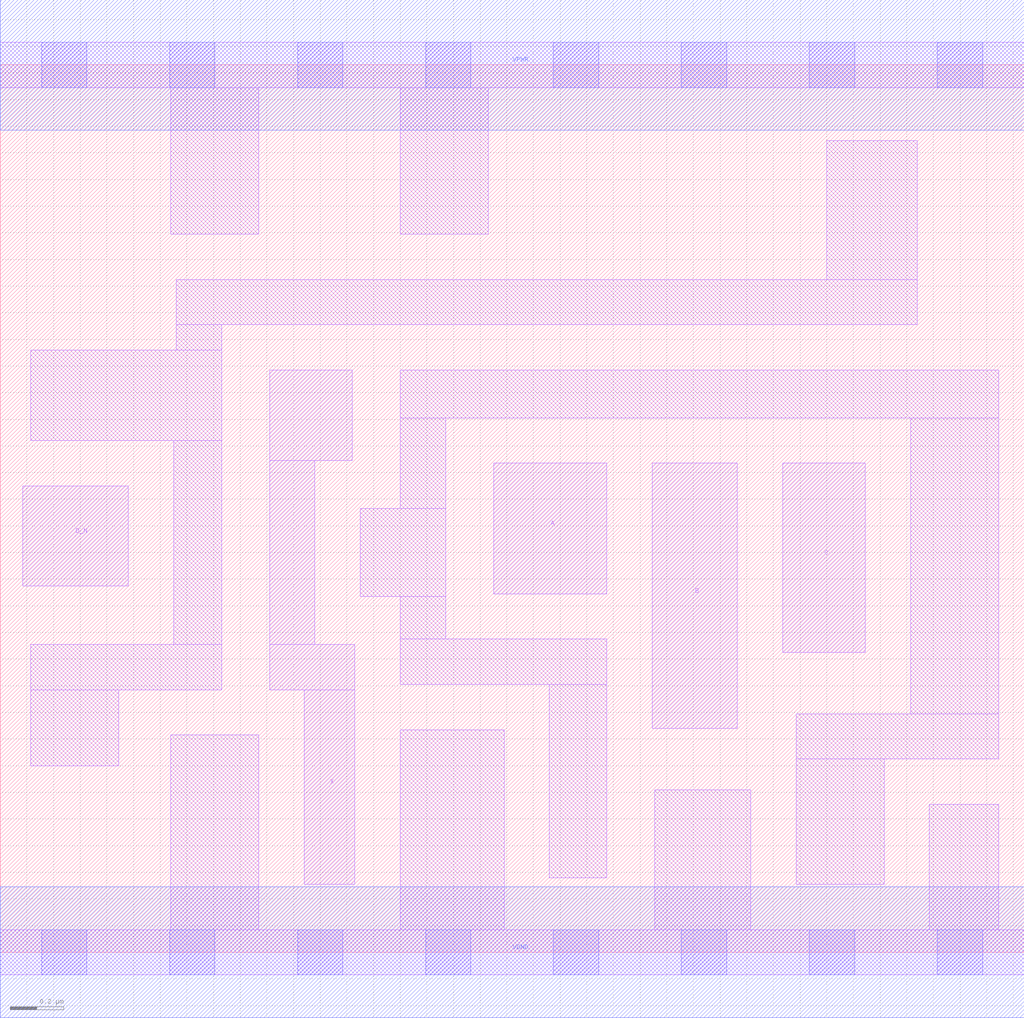
<source format=lef>
# Copyright 2020 The SkyWater PDK Authors
#
# Licensed under the Apache License, Version 2.0 (the "License");
# you may not use this file except in compliance with the License.
# You may obtain a copy of the License at
#
#     https://www.apache.org/licenses/LICENSE-2.0
#
# Unless required by applicable law or agreed to in writing, software
# distributed under the License is distributed on an "AS IS" BASIS,
# WITHOUT WARRANTIES OR CONDITIONS OF ANY KIND, either express or implied.
# See the License for the specific language governing permissions and
# limitations under the License.
#
# SPDX-License-Identifier: Apache-2.0

VERSION 5.7 ;
  NOWIREEXTENSIONATPIN ON ;
  DIVIDERCHAR "/" ;
  BUSBITCHARS "[]" ;
UNITS
  DATABASE MICRONS 200 ;
END UNITS
MACRO sky130_fd_sc_lp__or4b_2
  CLASS CORE ;
  FOREIGN sky130_fd_sc_lp__or4b_2 ;
  ORIGIN  0.000000  0.000000 ;
  SIZE  3.840000 BY  3.330000 ;
  SYMMETRY X Y R90 ;
  SITE unit ;
  PIN A
    ANTENNAGATEAREA  0.126000 ;
    DIRECTION INPUT ;
    USE SIGNAL ;
    PORT
      LAYER li1 ;
        RECT 1.850000 1.345000 2.275000 1.835000 ;
    END
  END A
  PIN B
    ANTENNAGATEAREA  0.126000 ;
    DIRECTION INPUT ;
    USE SIGNAL ;
    PORT
      LAYER li1 ;
        RECT 2.445000 0.840000 2.765000 1.835000 ;
    END
  END B
  PIN C
    ANTENNAGATEAREA  0.126000 ;
    DIRECTION INPUT ;
    USE SIGNAL ;
    PORT
      LAYER li1 ;
        RECT 2.935000 1.125000 3.245000 1.835000 ;
    END
  END C
  PIN D_N
    ANTENNAGATEAREA  0.126000 ;
    DIRECTION INPUT ;
    USE SIGNAL ;
    PORT
      LAYER li1 ;
        RECT 0.085000 1.375000 0.480000 1.750000 ;
    END
  END D_N
  PIN X
    ANTENNADIFFAREA  0.588000 ;
    DIRECTION OUTPUT ;
    USE SIGNAL ;
    PORT
      LAYER li1 ;
        RECT 1.010000 0.985000 1.330000 1.155000 ;
        RECT 1.010000 1.155000 1.180000 1.845000 ;
        RECT 1.010000 1.845000 1.320000 2.185000 ;
        RECT 1.140000 0.255000 1.330000 0.985000 ;
    END
  END X
  PIN VGND
    DIRECTION INOUT ;
    USE GROUND ;
    PORT
      LAYER met1 ;
        RECT 0.000000 -0.245000 3.840000 0.245000 ;
    END
  END VGND
  PIN VPWR
    DIRECTION INOUT ;
    USE POWER ;
    PORT
      LAYER met1 ;
        RECT 0.000000 3.085000 3.840000 3.575000 ;
    END
  END VPWR
  OBS
    LAYER li1 ;
      RECT 0.000000 -0.085000 3.840000 0.085000 ;
      RECT 0.000000  3.245000 3.840000 3.415000 ;
      RECT 0.115000  0.700000 0.445000 0.985000 ;
      RECT 0.115000  0.985000 0.830000 1.155000 ;
      RECT 0.115000  1.920000 0.830000 2.260000 ;
      RECT 0.640000  0.085000 0.970000 0.815000 ;
      RECT 0.640000  2.695000 0.970000 3.245000 ;
      RECT 0.650000  1.155000 0.830000 1.920000 ;
      RECT 0.660000  2.260000 0.830000 2.355000 ;
      RECT 0.660000  2.355000 3.440000 2.525000 ;
      RECT 1.350000  1.335000 1.670000 1.665000 ;
      RECT 1.500000  0.085000 1.890000 0.835000 ;
      RECT 1.500000  1.005000 2.275000 1.175000 ;
      RECT 1.500000  1.175000 1.670000 1.335000 ;
      RECT 1.500000  1.665000 1.670000 2.005000 ;
      RECT 1.500000  2.005000 3.745000 2.185000 ;
      RECT 1.500000  2.695000 1.830000 3.245000 ;
      RECT 2.060000  0.280000 2.275000 1.005000 ;
      RECT 2.455000  0.085000 2.815000 0.610000 ;
      RECT 2.985000  0.255000 3.315000 0.725000 ;
      RECT 2.985000  0.725000 3.745000 0.895000 ;
      RECT 3.100000  2.525000 3.440000 3.045000 ;
      RECT 3.415000  0.895000 3.745000 2.005000 ;
      RECT 3.485000  0.085000 3.745000 0.555000 ;
    LAYER mcon ;
      RECT 0.155000 -0.085000 0.325000 0.085000 ;
      RECT 0.155000  3.245000 0.325000 3.415000 ;
      RECT 0.635000 -0.085000 0.805000 0.085000 ;
      RECT 0.635000  3.245000 0.805000 3.415000 ;
      RECT 1.115000 -0.085000 1.285000 0.085000 ;
      RECT 1.115000  3.245000 1.285000 3.415000 ;
      RECT 1.595000 -0.085000 1.765000 0.085000 ;
      RECT 1.595000  3.245000 1.765000 3.415000 ;
      RECT 2.075000 -0.085000 2.245000 0.085000 ;
      RECT 2.075000  3.245000 2.245000 3.415000 ;
      RECT 2.555000 -0.085000 2.725000 0.085000 ;
      RECT 2.555000  3.245000 2.725000 3.415000 ;
      RECT 3.035000 -0.085000 3.205000 0.085000 ;
      RECT 3.035000  3.245000 3.205000 3.415000 ;
      RECT 3.515000 -0.085000 3.685000 0.085000 ;
      RECT 3.515000  3.245000 3.685000 3.415000 ;
  END
END sky130_fd_sc_lp__or4b_2
END LIBRARY

</source>
